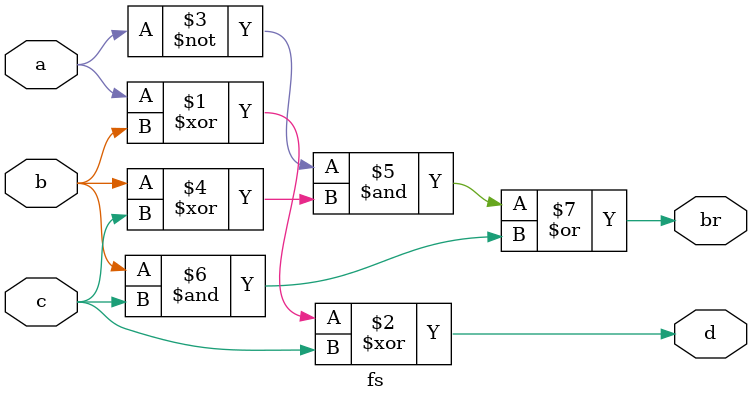
<source format=v>
module fs(a,b,c,d,br);
  input a,b,c;
  output d,br;
  assign d=a^b^c;
  assign br=((~a)&(b^c))|(b&c);
endmodule

</source>
